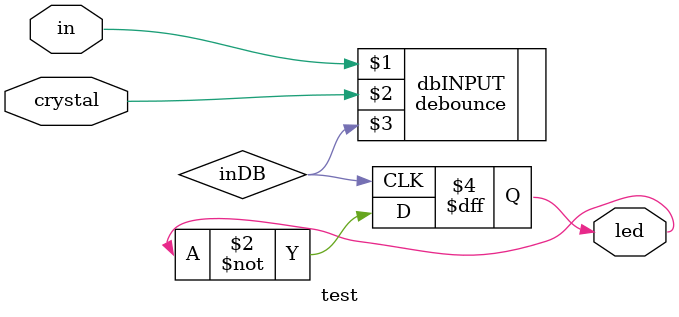
<source format=v>
module test(in, crystal, led);
	input in;
	input crystal;
	output reg led;
	
	wire inDB;
	
	debounce dbINPUT (in, crystal, inDB);
	
	initial led = 0;
	
	always @ (posedge inDB) begin
		led = ~led;
	end
	
endmodule

</source>
